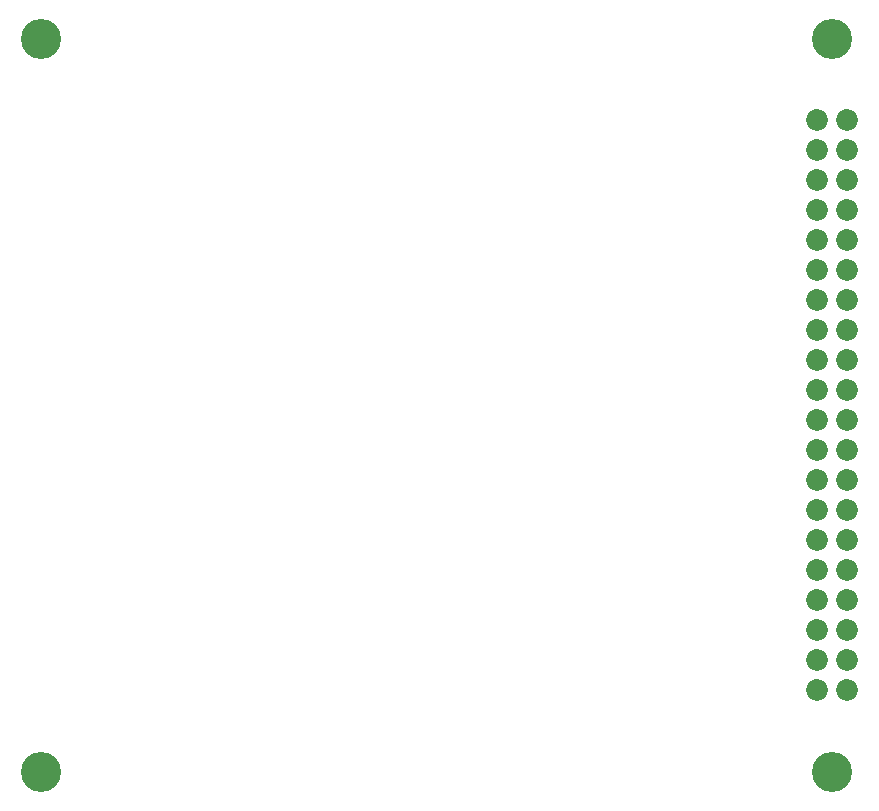
<source format=gbs>
G04*
G04 #@! TF.GenerationSoftware,Altium Limited,Altium Designer,24.6.1 (21)*
G04*
G04 Layer_Color=16711935*
%FSLAX44Y44*%
%MOMM*%
G71*
G04*
G04 #@! TF.SameCoordinates,FB7BF447-59A1-4C30-B96A-EE808B7AA342*
G04*
G04*
G04 #@! TF.FilePolarity,Negative*
G04*
G01*
G75*
%ADD78C,1.8500*%
%ADD79C,3.4000*%
D78*
X697300Y591300D02*
D03*
X722700D02*
D03*
X697300Y565900D02*
D03*
X722700D02*
D03*
X697300Y540500D02*
D03*
X722700D02*
D03*
X697300Y515100D02*
D03*
X722700D02*
D03*
X697300Y489700D02*
D03*
X722700D02*
D03*
X697300Y464300D02*
D03*
X722700D02*
D03*
X697300Y438900D02*
D03*
X722700D02*
D03*
X697300Y413500D02*
D03*
X722700D02*
D03*
X697300Y388100D02*
D03*
X722700D02*
D03*
X697300Y362700D02*
D03*
X722700D02*
D03*
X697300Y337300D02*
D03*
X722700D02*
D03*
X697300Y311900D02*
D03*
X722700D02*
D03*
X697300Y286500D02*
D03*
X722700D02*
D03*
X697300Y261100D02*
D03*
X722700D02*
D03*
X697300Y235700D02*
D03*
X722700D02*
D03*
X697300Y210300D02*
D03*
X722700D02*
D03*
X697300Y184900D02*
D03*
X722700D02*
D03*
X697300Y159500D02*
D03*
X722700D02*
D03*
X697300Y134100D02*
D03*
X722700D02*
D03*
X697300Y108700D02*
D03*
X722700D02*
D03*
D79*
X710000Y660000D02*
D03*
Y40000D02*
D03*
X40000D02*
D03*
Y660000D02*
D03*
M02*

</source>
